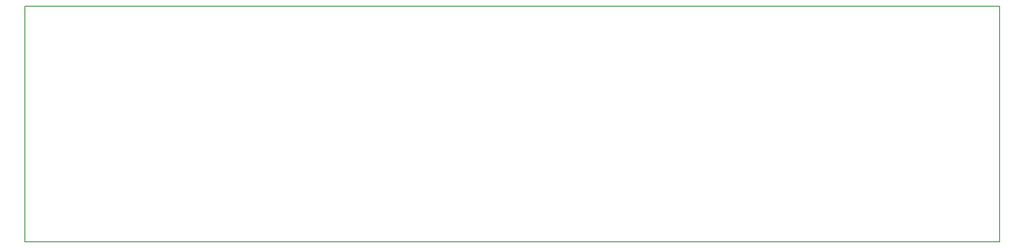
<source format=gm1>
G04 #@! TF.GenerationSoftware,KiCad,Pcbnew,(5.1.0-0)*
G04 #@! TF.CreationDate,2019-11-06T10:25:11+01:00*
G04 #@! TF.ProjectId,AddOnD,4164644f-6e44-42e6-9b69-6361645f7063,rev?*
G04 #@! TF.SameCoordinates,Original*
G04 #@! TF.FileFunction,Profile,NP*
%FSLAX46Y46*%
G04 Gerber Fmt 4.6, Leading zero omitted, Abs format (unit mm)*
G04 Created by KiCad (PCBNEW (5.1.0-0)) date 2019-11-06 10:25:11*
%MOMM*%
%LPD*%
G04 APERTURE LIST*
%ADD10C,0.150000*%
G04 APERTURE END LIST*
D10*
X7500000Y45000000D02*
X7500000Y90000000D01*
X193500000Y45000000D02*
X7500000Y45000000D01*
X193500000Y90000000D02*
X193500000Y45000000D01*
X7500000Y90000000D02*
X193500000Y90000000D01*
M02*

</source>
